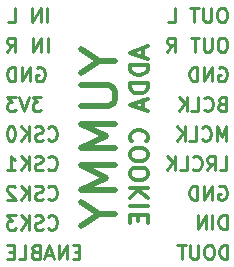
<source format=gbo>
G04 #@! TF.GenerationSoftware,KiCad,Pcbnew,9.0.4*
G04 #@! TF.CreationDate,2025-11-10T08:14:31+01:00*
G04 #@! TF.ProjectId,CodecModule,436f6465-634d-46f6-9475-6c652e6b6963,rev?*
G04 #@! TF.SameCoordinates,Original*
G04 #@! TF.FileFunction,Legend,Bot*
G04 #@! TF.FilePolarity,Positive*
%FSLAX46Y46*%
G04 Gerber Fmt 4.6, Leading zero omitted, Abs format (unit mm)*
G04 Created by KiCad (PCBNEW 9.0.4) date 2025-11-10 08:14:31*
%MOMM*%
%LPD*%
G01*
G04 APERTURE LIST*
%ADD10C,0.250000*%
%ADD11C,0.500000*%
%ADD12C,0.300000*%
G04 APERTURE END LIST*
D10*
X32051428Y-28736142D02*
X32051428Y-27536142D01*
X31479999Y-28736142D02*
X31479999Y-27536142D01*
X31479999Y-27536142D02*
X30794285Y-28736142D01*
X30794285Y-28736142D02*
X30794285Y-27536142D01*
X28737142Y-28736142D02*
X29308570Y-28736142D01*
X29308570Y-28736142D02*
X29308570Y-27536142D01*
X31562571Y-35060892D02*
X30819714Y-35060892D01*
X30819714Y-35060892D02*
X31219714Y-35518035D01*
X31219714Y-35518035D02*
X31048285Y-35518035D01*
X31048285Y-35518035D02*
X30934000Y-35575178D01*
X30934000Y-35575178D02*
X30876857Y-35632321D01*
X30876857Y-35632321D02*
X30819714Y-35746607D01*
X30819714Y-35746607D02*
X30819714Y-36032321D01*
X30819714Y-36032321D02*
X30876857Y-36146607D01*
X30876857Y-36146607D02*
X30934000Y-36203750D01*
X30934000Y-36203750D02*
X31048285Y-36260892D01*
X31048285Y-36260892D02*
X31391142Y-36260892D01*
X31391142Y-36260892D02*
X31505428Y-36203750D01*
X31505428Y-36203750D02*
X31562571Y-36146607D01*
X30476857Y-35060892D02*
X30076857Y-36260892D01*
X30076857Y-36260892D02*
X29676857Y-35060892D01*
X29391143Y-35060892D02*
X28648286Y-35060892D01*
X28648286Y-35060892D02*
X29048286Y-35518035D01*
X29048286Y-35518035D02*
X28876857Y-35518035D01*
X28876857Y-35518035D02*
X28762572Y-35575178D01*
X28762572Y-35575178D02*
X28705429Y-35632321D01*
X28705429Y-35632321D02*
X28648286Y-35746607D01*
X28648286Y-35746607D02*
X28648286Y-36032321D01*
X28648286Y-36032321D02*
X28705429Y-36146607D01*
X28705429Y-36146607D02*
X28762572Y-36203750D01*
X28762572Y-36203750D02*
X28876857Y-36260892D01*
X28876857Y-36260892D02*
X29219714Y-36260892D01*
X29219714Y-36260892D02*
X29334000Y-36203750D01*
X29334000Y-36203750D02*
X29391143Y-36146607D01*
X34778570Y-48173571D02*
X34378570Y-48173571D01*
X34207142Y-48802142D02*
X34778570Y-48802142D01*
X34778570Y-48802142D02*
X34778570Y-47602142D01*
X34778570Y-47602142D02*
X34207142Y-47602142D01*
X33692856Y-48802142D02*
X33692856Y-47602142D01*
X33692856Y-47602142D02*
X33007142Y-48802142D01*
X33007142Y-48802142D02*
X33007142Y-47602142D01*
X32492856Y-48459285D02*
X31921428Y-48459285D01*
X32607142Y-48802142D02*
X32207142Y-47602142D01*
X32207142Y-47602142D02*
X31807142Y-48802142D01*
X31007142Y-48173571D02*
X30835714Y-48230714D01*
X30835714Y-48230714D02*
X30778571Y-48287857D01*
X30778571Y-48287857D02*
X30721428Y-48402142D01*
X30721428Y-48402142D02*
X30721428Y-48573571D01*
X30721428Y-48573571D02*
X30778571Y-48687857D01*
X30778571Y-48687857D02*
X30835714Y-48745000D01*
X30835714Y-48745000D02*
X30949999Y-48802142D01*
X30949999Y-48802142D02*
X31407142Y-48802142D01*
X31407142Y-48802142D02*
X31407142Y-47602142D01*
X31407142Y-47602142D02*
X31007142Y-47602142D01*
X31007142Y-47602142D02*
X30892857Y-47659285D01*
X30892857Y-47659285D02*
X30835714Y-47716428D01*
X30835714Y-47716428D02*
X30778571Y-47830714D01*
X30778571Y-47830714D02*
X30778571Y-47945000D01*
X30778571Y-47945000D02*
X30835714Y-48059285D01*
X30835714Y-48059285D02*
X30892857Y-48116428D01*
X30892857Y-48116428D02*
X31007142Y-48173571D01*
X31007142Y-48173571D02*
X31407142Y-48173571D01*
X29635714Y-48802142D02*
X30207142Y-48802142D01*
X30207142Y-48802142D02*
X30207142Y-47602142D01*
X29235713Y-48173571D02*
X28835713Y-48173571D01*
X28664285Y-48802142D02*
X29235713Y-48802142D01*
X29235713Y-48802142D02*
X29235713Y-47602142D01*
X29235713Y-47602142D02*
X28664285Y-47602142D01*
X47226714Y-38769142D02*
X47226714Y-37569142D01*
X47226714Y-37569142D02*
X46826714Y-38426285D01*
X46826714Y-38426285D02*
X46426714Y-37569142D01*
X46426714Y-37569142D02*
X46426714Y-38769142D01*
X45169571Y-38654857D02*
X45226714Y-38712000D01*
X45226714Y-38712000D02*
X45398142Y-38769142D01*
X45398142Y-38769142D02*
X45512428Y-38769142D01*
X45512428Y-38769142D02*
X45683857Y-38712000D01*
X45683857Y-38712000D02*
X45798142Y-38597714D01*
X45798142Y-38597714D02*
X45855285Y-38483428D01*
X45855285Y-38483428D02*
X45912428Y-38254857D01*
X45912428Y-38254857D02*
X45912428Y-38083428D01*
X45912428Y-38083428D02*
X45855285Y-37854857D01*
X45855285Y-37854857D02*
X45798142Y-37740571D01*
X45798142Y-37740571D02*
X45683857Y-37626285D01*
X45683857Y-37626285D02*
X45512428Y-37569142D01*
X45512428Y-37569142D02*
X45398142Y-37569142D01*
X45398142Y-37569142D02*
X45226714Y-37626285D01*
X45226714Y-37626285D02*
X45169571Y-37683428D01*
X44083857Y-38769142D02*
X44655285Y-38769142D01*
X44655285Y-38769142D02*
X44655285Y-37569142D01*
X43683856Y-38769142D02*
X43683856Y-37569142D01*
X42998142Y-38769142D02*
X43512428Y-38083428D01*
X42998142Y-37569142D02*
X43683856Y-38254857D01*
X46655286Y-41277392D02*
X47226714Y-41277392D01*
X47226714Y-41277392D02*
X47226714Y-40077392D01*
X45569571Y-41277392D02*
X45969571Y-40705964D01*
X46255285Y-41277392D02*
X46255285Y-40077392D01*
X46255285Y-40077392D02*
X45798142Y-40077392D01*
X45798142Y-40077392D02*
X45683857Y-40134535D01*
X45683857Y-40134535D02*
X45626714Y-40191678D01*
X45626714Y-40191678D02*
X45569571Y-40305964D01*
X45569571Y-40305964D02*
X45569571Y-40477392D01*
X45569571Y-40477392D02*
X45626714Y-40591678D01*
X45626714Y-40591678D02*
X45683857Y-40648821D01*
X45683857Y-40648821D02*
X45798142Y-40705964D01*
X45798142Y-40705964D02*
X46255285Y-40705964D01*
X44369571Y-41163107D02*
X44426714Y-41220250D01*
X44426714Y-41220250D02*
X44598142Y-41277392D01*
X44598142Y-41277392D02*
X44712428Y-41277392D01*
X44712428Y-41277392D02*
X44883857Y-41220250D01*
X44883857Y-41220250D02*
X44998142Y-41105964D01*
X44998142Y-41105964D02*
X45055285Y-40991678D01*
X45055285Y-40991678D02*
X45112428Y-40763107D01*
X45112428Y-40763107D02*
X45112428Y-40591678D01*
X45112428Y-40591678D02*
X45055285Y-40363107D01*
X45055285Y-40363107D02*
X44998142Y-40248821D01*
X44998142Y-40248821D02*
X44883857Y-40134535D01*
X44883857Y-40134535D02*
X44712428Y-40077392D01*
X44712428Y-40077392D02*
X44598142Y-40077392D01*
X44598142Y-40077392D02*
X44426714Y-40134535D01*
X44426714Y-40134535D02*
X44369571Y-40191678D01*
X43283857Y-41277392D02*
X43855285Y-41277392D01*
X43855285Y-41277392D02*
X43855285Y-40077392D01*
X42883856Y-41277392D02*
X42883856Y-40077392D01*
X42198142Y-41277392D02*
X42712428Y-40591678D01*
X42198142Y-40077392D02*
X42883856Y-40763107D01*
X32134000Y-46179607D02*
X32191143Y-46236750D01*
X32191143Y-46236750D02*
X32362571Y-46293892D01*
X32362571Y-46293892D02*
X32476857Y-46293892D01*
X32476857Y-46293892D02*
X32648286Y-46236750D01*
X32648286Y-46236750D02*
X32762571Y-46122464D01*
X32762571Y-46122464D02*
X32819714Y-46008178D01*
X32819714Y-46008178D02*
X32876857Y-45779607D01*
X32876857Y-45779607D02*
X32876857Y-45608178D01*
X32876857Y-45608178D02*
X32819714Y-45379607D01*
X32819714Y-45379607D02*
X32762571Y-45265321D01*
X32762571Y-45265321D02*
X32648286Y-45151035D01*
X32648286Y-45151035D02*
X32476857Y-45093892D01*
X32476857Y-45093892D02*
X32362571Y-45093892D01*
X32362571Y-45093892D02*
X32191143Y-45151035D01*
X32191143Y-45151035D02*
X32134000Y-45208178D01*
X31676857Y-46236750D02*
X31505429Y-46293892D01*
X31505429Y-46293892D02*
X31219714Y-46293892D01*
X31219714Y-46293892D02*
X31105429Y-46236750D01*
X31105429Y-46236750D02*
X31048286Y-46179607D01*
X31048286Y-46179607D02*
X30991143Y-46065321D01*
X30991143Y-46065321D02*
X30991143Y-45951035D01*
X30991143Y-45951035D02*
X31048286Y-45836750D01*
X31048286Y-45836750D02*
X31105429Y-45779607D01*
X31105429Y-45779607D02*
X31219714Y-45722464D01*
X31219714Y-45722464D02*
X31448286Y-45665321D01*
X31448286Y-45665321D02*
X31562571Y-45608178D01*
X31562571Y-45608178D02*
X31619714Y-45551035D01*
X31619714Y-45551035D02*
X31676857Y-45436750D01*
X31676857Y-45436750D02*
X31676857Y-45322464D01*
X31676857Y-45322464D02*
X31619714Y-45208178D01*
X31619714Y-45208178D02*
X31562571Y-45151035D01*
X31562571Y-45151035D02*
X31448286Y-45093892D01*
X31448286Y-45093892D02*
X31162571Y-45093892D01*
X31162571Y-45093892D02*
X30991143Y-45151035D01*
X30476857Y-46293892D02*
X30476857Y-45093892D01*
X29791143Y-46293892D02*
X30305429Y-45608178D01*
X29791143Y-45093892D02*
X30476857Y-45779607D01*
X29391143Y-45093892D02*
X28648286Y-45093892D01*
X28648286Y-45093892D02*
X29048286Y-45551035D01*
X29048286Y-45551035D02*
X28876857Y-45551035D01*
X28876857Y-45551035D02*
X28762572Y-45608178D01*
X28762572Y-45608178D02*
X28705429Y-45665321D01*
X28705429Y-45665321D02*
X28648286Y-45779607D01*
X28648286Y-45779607D02*
X28648286Y-46065321D01*
X28648286Y-46065321D02*
X28705429Y-46179607D01*
X28705429Y-46179607D02*
X28762572Y-46236750D01*
X28762572Y-46236750D02*
X28876857Y-46293892D01*
X28876857Y-46293892D02*
X29219714Y-46293892D01*
X29219714Y-46293892D02*
X29334000Y-46236750D01*
X29334000Y-46236750D02*
X29391143Y-46179607D01*
X47306330Y-48802142D02*
X47306330Y-47602142D01*
X47306330Y-47602142D02*
X47020616Y-47602142D01*
X47020616Y-47602142D02*
X46849187Y-47659285D01*
X46849187Y-47659285D02*
X46734902Y-47773571D01*
X46734902Y-47773571D02*
X46677759Y-47887857D01*
X46677759Y-47887857D02*
X46620616Y-48116428D01*
X46620616Y-48116428D02*
X46620616Y-48287857D01*
X46620616Y-48287857D02*
X46677759Y-48516428D01*
X46677759Y-48516428D02*
X46734902Y-48630714D01*
X46734902Y-48630714D02*
X46849187Y-48745000D01*
X46849187Y-48745000D02*
X47020616Y-48802142D01*
X47020616Y-48802142D02*
X47306330Y-48802142D01*
X45877759Y-47602142D02*
X45649187Y-47602142D01*
X45649187Y-47602142D02*
X45534902Y-47659285D01*
X45534902Y-47659285D02*
X45420616Y-47773571D01*
X45420616Y-47773571D02*
X45363473Y-48002142D01*
X45363473Y-48002142D02*
X45363473Y-48402142D01*
X45363473Y-48402142D02*
X45420616Y-48630714D01*
X45420616Y-48630714D02*
X45534902Y-48745000D01*
X45534902Y-48745000D02*
X45649187Y-48802142D01*
X45649187Y-48802142D02*
X45877759Y-48802142D01*
X45877759Y-48802142D02*
X45992045Y-48745000D01*
X45992045Y-48745000D02*
X46106330Y-48630714D01*
X46106330Y-48630714D02*
X46163473Y-48402142D01*
X46163473Y-48402142D02*
X46163473Y-48002142D01*
X46163473Y-48002142D02*
X46106330Y-47773571D01*
X46106330Y-47773571D02*
X45992045Y-47659285D01*
X45992045Y-47659285D02*
X45877759Y-47602142D01*
X44849187Y-47602142D02*
X44849187Y-48573571D01*
X44849187Y-48573571D02*
X44792044Y-48687857D01*
X44792044Y-48687857D02*
X44734902Y-48745000D01*
X44734902Y-48745000D02*
X44620616Y-48802142D01*
X44620616Y-48802142D02*
X44392044Y-48802142D01*
X44392044Y-48802142D02*
X44277759Y-48745000D01*
X44277759Y-48745000D02*
X44220616Y-48687857D01*
X44220616Y-48687857D02*
X44163473Y-48573571D01*
X44163473Y-48573571D02*
X44163473Y-47602142D01*
X43763473Y-47602142D02*
X43077759Y-47602142D01*
X43420616Y-48802142D02*
X43420616Y-47602142D01*
X46826713Y-35632321D02*
X46655285Y-35689464D01*
X46655285Y-35689464D02*
X46598142Y-35746607D01*
X46598142Y-35746607D02*
X46540999Y-35860892D01*
X46540999Y-35860892D02*
X46540999Y-36032321D01*
X46540999Y-36032321D02*
X46598142Y-36146607D01*
X46598142Y-36146607D02*
X46655285Y-36203750D01*
X46655285Y-36203750D02*
X46769570Y-36260892D01*
X46769570Y-36260892D02*
X47226713Y-36260892D01*
X47226713Y-36260892D02*
X47226713Y-35060892D01*
X47226713Y-35060892D02*
X46826713Y-35060892D01*
X46826713Y-35060892D02*
X46712428Y-35118035D01*
X46712428Y-35118035D02*
X46655285Y-35175178D01*
X46655285Y-35175178D02*
X46598142Y-35289464D01*
X46598142Y-35289464D02*
X46598142Y-35403750D01*
X46598142Y-35403750D02*
X46655285Y-35518035D01*
X46655285Y-35518035D02*
X46712428Y-35575178D01*
X46712428Y-35575178D02*
X46826713Y-35632321D01*
X46826713Y-35632321D02*
X47226713Y-35632321D01*
X45340999Y-36146607D02*
X45398142Y-36203750D01*
X45398142Y-36203750D02*
X45569570Y-36260892D01*
X45569570Y-36260892D02*
X45683856Y-36260892D01*
X45683856Y-36260892D02*
X45855285Y-36203750D01*
X45855285Y-36203750D02*
X45969570Y-36089464D01*
X45969570Y-36089464D02*
X46026713Y-35975178D01*
X46026713Y-35975178D02*
X46083856Y-35746607D01*
X46083856Y-35746607D02*
X46083856Y-35575178D01*
X46083856Y-35575178D02*
X46026713Y-35346607D01*
X46026713Y-35346607D02*
X45969570Y-35232321D01*
X45969570Y-35232321D02*
X45855285Y-35118035D01*
X45855285Y-35118035D02*
X45683856Y-35060892D01*
X45683856Y-35060892D02*
X45569570Y-35060892D01*
X45569570Y-35060892D02*
X45398142Y-35118035D01*
X45398142Y-35118035D02*
X45340999Y-35175178D01*
X44255285Y-36260892D02*
X44826713Y-36260892D01*
X44826713Y-36260892D02*
X44826713Y-35060892D01*
X43855284Y-36260892D02*
X43855284Y-35060892D01*
X43169570Y-36260892D02*
X43683856Y-35575178D01*
X43169570Y-35060892D02*
X43855284Y-35746607D01*
X46998143Y-30044392D02*
X46769571Y-30044392D01*
X46769571Y-30044392D02*
X46655286Y-30101535D01*
X46655286Y-30101535D02*
X46541000Y-30215821D01*
X46541000Y-30215821D02*
X46483857Y-30444392D01*
X46483857Y-30444392D02*
X46483857Y-30844392D01*
X46483857Y-30844392D02*
X46541000Y-31072964D01*
X46541000Y-31072964D02*
X46655286Y-31187250D01*
X46655286Y-31187250D02*
X46769571Y-31244392D01*
X46769571Y-31244392D02*
X46998143Y-31244392D01*
X46998143Y-31244392D02*
X47112429Y-31187250D01*
X47112429Y-31187250D02*
X47226714Y-31072964D01*
X47226714Y-31072964D02*
X47283857Y-30844392D01*
X47283857Y-30844392D02*
X47283857Y-30444392D01*
X47283857Y-30444392D02*
X47226714Y-30215821D01*
X47226714Y-30215821D02*
X47112429Y-30101535D01*
X47112429Y-30101535D02*
X46998143Y-30044392D01*
X45969571Y-30044392D02*
X45969571Y-31015821D01*
X45969571Y-31015821D02*
X45912428Y-31130107D01*
X45912428Y-31130107D02*
X45855286Y-31187250D01*
X45855286Y-31187250D02*
X45741000Y-31244392D01*
X45741000Y-31244392D02*
X45512428Y-31244392D01*
X45512428Y-31244392D02*
X45398143Y-31187250D01*
X45398143Y-31187250D02*
X45341000Y-31130107D01*
X45341000Y-31130107D02*
X45283857Y-31015821D01*
X45283857Y-31015821D02*
X45283857Y-30044392D01*
X44883857Y-30044392D02*
X44198143Y-30044392D01*
X44541000Y-31244392D02*
X44541000Y-30044392D01*
X42198142Y-31244392D02*
X42598142Y-30672964D01*
X42883856Y-31244392D02*
X42883856Y-30044392D01*
X42883856Y-30044392D02*
X42426713Y-30044392D01*
X42426713Y-30044392D02*
X42312428Y-30101535D01*
X42312428Y-30101535D02*
X42255285Y-30158678D01*
X42255285Y-30158678D02*
X42198142Y-30272964D01*
X42198142Y-30272964D02*
X42198142Y-30444392D01*
X42198142Y-30444392D02*
X42255285Y-30558678D01*
X42255285Y-30558678D02*
X42312428Y-30615821D01*
X42312428Y-30615821D02*
X42426713Y-30672964D01*
X42426713Y-30672964D02*
X42883856Y-30672964D01*
X47230330Y-46262142D02*
X47230330Y-45062142D01*
X47230330Y-45062142D02*
X46944616Y-45062142D01*
X46944616Y-45062142D02*
X46773187Y-45119285D01*
X46773187Y-45119285D02*
X46658902Y-45233571D01*
X46658902Y-45233571D02*
X46601759Y-45347857D01*
X46601759Y-45347857D02*
X46544616Y-45576428D01*
X46544616Y-45576428D02*
X46544616Y-45747857D01*
X46544616Y-45747857D02*
X46601759Y-45976428D01*
X46601759Y-45976428D02*
X46658902Y-46090714D01*
X46658902Y-46090714D02*
X46773187Y-46205000D01*
X46773187Y-46205000D02*
X46944616Y-46262142D01*
X46944616Y-46262142D02*
X47230330Y-46262142D01*
X46030330Y-46262142D02*
X46030330Y-45062142D01*
X45458901Y-46262142D02*
X45458901Y-45062142D01*
X45458901Y-45062142D02*
X44773187Y-46262142D01*
X44773187Y-46262142D02*
X44773187Y-45062142D01*
X32076857Y-31244392D02*
X32076857Y-30044392D01*
X31505428Y-31244392D02*
X31505428Y-30044392D01*
X31505428Y-30044392D02*
X30819714Y-31244392D01*
X30819714Y-31244392D02*
X30819714Y-30044392D01*
X28648285Y-31244392D02*
X29048285Y-30672964D01*
X29333999Y-31244392D02*
X29333999Y-30044392D01*
X29333999Y-30044392D02*
X28876856Y-30044392D01*
X28876856Y-30044392D02*
X28762571Y-30101535D01*
X28762571Y-30101535D02*
X28705428Y-30158678D01*
X28705428Y-30158678D02*
X28648285Y-30272964D01*
X28648285Y-30272964D02*
X28648285Y-30444392D01*
X28648285Y-30444392D02*
X28705428Y-30558678D01*
X28705428Y-30558678D02*
X28762571Y-30615821D01*
X28762571Y-30615821D02*
X28876856Y-30672964D01*
X28876856Y-30672964D02*
X29333999Y-30672964D01*
X46598142Y-32609785D02*
X46712428Y-32552642D01*
X46712428Y-32552642D02*
X46883856Y-32552642D01*
X46883856Y-32552642D02*
X47055285Y-32609785D01*
X47055285Y-32609785D02*
X47169570Y-32724071D01*
X47169570Y-32724071D02*
X47226713Y-32838357D01*
X47226713Y-32838357D02*
X47283856Y-33066928D01*
X47283856Y-33066928D02*
X47283856Y-33238357D01*
X47283856Y-33238357D02*
X47226713Y-33466928D01*
X47226713Y-33466928D02*
X47169570Y-33581214D01*
X47169570Y-33581214D02*
X47055285Y-33695500D01*
X47055285Y-33695500D02*
X46883856Y-33752642D01*
X46883856Y-33752642D02*
X46769570Y-33752642D01*
X46769570Y-33752642D02*
X46598142Y-33695500D01*
X46598142Y-33695500D02*
X46540999Y-33638357D01*
X46540999Y-33638357D02*
X46540999Y-33238357D01*
X46540999Y-33238357D02*
X46769570Y-33238357D01*
X46026713Y-33752642D02*
X46026713Y-32552642D01*
X46026713Y-32552642D02*
X45340999Y-33752642D01*
X45340999Y-33752642D02*
X45340999Y-32552642D01*
X44769570Y-33752642D02*
X44769570Y-32552642D01*
X44769570Y-32552642D02*
X44483856Y-32552642D01*
X44483856Y-32552642D02*
X44312427Y-32609785D01*
X44312427Y-32609785D02*
X44198142Y-32724071D01*
X44198142Y-32724071D02*
X44140999Y-32838357D01*
X44140999Y-32838357D02*
X44083856Y-33066928D01*
X44083856Y-33066928D02*
X44083856Y-33238357D01*
X44083856Y-33238357D02*
X44140999Y-33466928D01*
X44140999Y-33466928D02*
X44198142Y-33581214D01*
X44198142Y-33581214D02*
X44312427Y-33695500D01*
X44312427Y-33695500D02*
X44483856Y-33752642D01*
X44483856Y-33752642D02*
X44769570Y-33752642D01*
X32134000Y-43671357D02*
X32191143Y-43728500D01*
X32191143Y-43728500D02*
X32362571Y-43785642D01*
X32362571Y-43785642D02*
X32476857Y-43785642D01*
X32476857Y-43785642D02*
X32648286Y-43728500D01*
X32648286Y-43728500D02*
X32762571Y-43614214D01*
X32762571Y-43614214D02*
X32819714Y-43499928D01*
X32819714Y-43499928D02*
X32876857Y-43271357D01*
X32876857Y-43271357D02*
X32876857Y-43099928D01*
X32876857Y-43099928D02*
X32819714Y-42871357D01*
X32819714Y-42871357D02*
X32762571Y-42757071D01*
X32762571Y-42757071D02*
X32648286Y-42642785D01*
X32648286Y-42642785D02*
X32476857Y-42585642D01*
X32476857Y-42585642D02*
X32362571Y-42585642D01*
X32362571Y-42585642D02*
X32191143Y-42642785D01*
X32191143Y-42642785D02*
X32134000Y-42699928D01*
X31676857Y-43728500D02*
X31505429Y-43785642D01*
X31505429Y-43785642D02*
X31219714Y-43785642D01*
X31219714Y-43785642D02*
X31105429Y-43728500D01*
X31105429Y-43728500D02*
X31048286Y-43671357D01*
X31048286Y-43671357D02*
X30991143Y-43557071D01*
X30991143Y-43557071D02*
X30991143Y-43442785D01*
X30991143Y-43442785D02*
X31048286Y-43328500D01*
X31048286Y-43328500D02*
X31105429Y-43271357D01*
X31105429Y-43271357D02*
X31219714Y-43214214D01*
X31219714Y-43214214D02*
X31448286Y-43157071D01*
X31448286Y-43157071D02*
X31562571Y-43099928D01*
X31562571Y-43099928D02*
X31619714Y-43042785D01*
X31619714Y-43042785D02*
X31676857Y-42928500D01*
X31676857Y-42928500D02*
X31676857Y-42814214D01*
X31676857Y-42814214D02*
X31619714Y-42699928D01*
X31619714Y-42699928D02*
X31562571Y-42642785D01*
X31562571Y-42642785D02*
X31448286Y-42585642D01*
X31448286Y-42585642D02*
X31162571Y-42585642D01*
X31162571Y-42585642D02*
X30991143Y-42642785D01*
X30476857Y-43785642D02*
X30476857Y-42585642D01*
X29791143Y-43785642D02*
X30305429Y-43099928D01*
X29791143Y-42585642D02*
X30476857Y-43271357D01*
X29334000Y-42699928D02*
X29276857Y-42642785D01*
X29276857Y-42642785D02*
X29162572Y-42585642D01*
X29162572Y-42585642D02*
X28876857Y-42585642D01*
X28876857Y-42585642D02*
X28762572Y-42642785D01*
X28762572Y-42642785D02*
X28705429Y-42699928D01*
X28705429Y-42699928D02*
X28648286Y-42814214D01*
X28648286Y-42814214D02*
X28648286Y-42928500D01*
X28648286Y-42928500D02*
X28705429Y-43099928D01*
X28705429Y-43099928D02*
X29391143Y-43785642D01*
X29391143Y-43785642D02*
X28648286Y-43785642D01*
X32134000Y-38654857D02*
X32191143Y-38712000D01*
X32191143Y-38712000D02*
X32362571Y-38769142D01*
X32362571Y-38769142D02*
X32476857Y-38769142D01*
X32476857Y-38769142D02*
X32648286Y-38712000D01*
X32648286Y-38712000D02*
X32762571Y-38597714D01*
X32762571Y-38597714D02*
X32819714Y-38483428D01*
X32819714Y-38483428D02*
X32876857Y-38254857D01*
X32876857Y-38254857D02*
X32876857Y-38083428D01*
X32876857Y-38083428D02*
X32819714Y-37854857D01*
X32819714Y-37854857D02*
X32762571Y-37740571D01*
X32762571Y-37740571D02*
X32648286Y-37626285D01*
X32648286Y-37626285D02*
X32476857Y-37569142D01*
X32476857Y-37569142D02*
X32362571Y-37569142D01*
X32362571Y-37569142D02*
X32191143Y-37626285D01*
X32191143Y-37626285D02*
X32134000Y-37683428D01*
X31676857Y-38712000D02*
X31505429Y-38769142D01*
X31505429Y-38769142D02*
X31219714Y-38769142D01*
X31219714Y-38769142D02*
X31105429Y-38712000D01*
X31105429Y-38712000D02*
X31048286Y-38654857D01*
X31048286Y-38654857D02*
X30991143Y-38540571D01*
X30991143Y-38540571D02*
X30991143Y-38426285D01*
X30991143Y-38426285D02*
X31048286Y-38312000D01*
X31048286Y-38312000D02*
X31105429Y-38254857D01*
X31105429Y-38254857D02*
X31219714Y-38197714D01*
X31219714Y-38197714D02*
X31448286Y-38140571D01*
X31448286Y-38140571D02*
X31562571Y-38083428D01*
X31562571Y-38083428D02*
X31619714Y-38026285D01*
X31619714Y-38026285D02*
X31676857Y-37912000D01*
X31676857Y-37912000D02*
X31676857Y-37797714D01*
X31676857Y-37797714D02*
X31619714Y-37683428D01*
X31619714Y-37683428D02*
X31562571Y-37626285D01*
X31562571Y-37626285D02*
X31448286Y-37569142D01*
X31448286Y-37569142D02*
X31162571Y-37569142D01*
X31162571Y-37569142D02*
X30991143Y-37626285D01*
X30476857Y-38769142D02*
X30476857Y-37569142D01*
X29791143Y-38769142D02*
X30305429Y-38083428D01*
X29791143Y-37569142D02*
X30476857Y-38254857D01*
X29048286Y-37569142D02*
X28934000Y-37569142D01*
X28934000Y-37569142D02*
X28819714Y-37626285D01*
X28819714Y-37626285D02*
X28762572Y-37683428D01*
X28762572Y-37683428D02*
X28705429Y-37797714D01*
X28705429Y-37797714D02*
X28648286Y-38026285D01*
X28648286Y-38026285D02*
X28648286Y-38312000D01*
X28648286Y-38312000D02*
X28705429Y-38540571D01*
X28705429Y-38540571D02*
X28762572Y-38654857D01*
X28762572Y-38654857D02*
X28819714Y-38712000D01*
X28819714Y-38712000D02*
X28934000Y-38769142D01*
X28934000Y-38769142D02*
X29048286Y-38769142D01*
X29048286Y-38769142D02*
X29162572Y-38712000D01*
X29162572Y-38712000D02*
X29219714Y-38654857D01*
X29219714Y-38654857D02*
X29276857Y-38540571D01*
X29276857Y-38540571D02*
X29334000Y-38312000D01*
X29334000Y-38312000D02*
X29334000Y-38026285D01*
X29334000Y-38026285D02*
X29276857Y-37797714D01*
X29276857Y-37797714D02*
X29219714Y-37683428D01*
X29219714Y-37683428D02*
X29162572Y-37626285D01*
X29162572Y-37626285D02*
X29048286Y-37569142D01*
X46598142Y-42642785D02*
X46712428Y-42585642D01*
X46712428Y-42585642D02*
X46883856Y-42585642D01*
X46883856Y-42585642D02*
X47055285Y-42642785D01*
X47055285Y-42642785D02*
X47169570Y-42757071D01*
X47169570Y-42757071D02*
X47226713Y-42871357D01*
X47226713Y-42871357D02*
X47283856Y-43099928D01*
X47283856Y-43099928D02*
X47283856Y-43271357D01*
X47283856Y-43271357D02*
X47226713Y-43499928D01*
X47226713Y-43499928D02*
X47169570Y-43614214D01*
X47169570Y-43614214D02*
X47055285Y-43728500D01*
X47055285Y-43728500D02*
X46883856Y-43785642D01*
X46883856Y-43785642D02*
X46769570Y-43785642D01*
X46769570Y-43785642D02*
X46598142Y-43728500D01*
X46598142Y-43728500D02*
X46540999Y-43671357D01*
X46540999Y-43671357D02*
X46540999Y-43271357D01*
X46540999Y-43271357D02*
X46769570Y-43271357D01*
X46026713Y-43785642D02*
X46026713Y-42585642D01*
X46026713Y-42585642D02*
X45340999Y-43785642D01*
X45340999Y-43785642D02*
X45340999Y-42585642D01*
X44769570Y-43785642D02*
X44769570Y-42585642D01*
X44769570Y-42585642D02*
X44483856Y-42585642D01*
X44483856Y-42585642D02*
X44312427Y-42642785D01*
X44312427Y-42642785D02*
X44198142Y-42757071D01*
X44198142Y-42757071D02*
X44140999Y-42871357D01*
X44140999Y-42871357D02*
X44083856Y-43099928D01*
X44083856Y-43099928D02*
X44083856Y-43271357D01*
X44083856Y-43271357D02*
X44140999Y-43499928D01*
X44140999Y-43499928D02*
X44198142Y-43614214D01*
X44198142Y-43614214D02*
X44312427Y-43728500D01*
X44312427Y-43728500D02*
X44483856Y-43785642D01*
X44483856Y-43785642D02*
X44769570Y-43785642D01*
X32134000Y-41163107D02*
X32191143Y-41220250D01*
X32191143Y-41220250D02*
X32362571Y-41277392D01*
X32362571Y-41277392D02*
X32476857Y-41277392D01*
X32476857Y-41277392D02*
X32648286Y-41220250D01*
X32648286Y-41220250D02*
X32762571Y-41105964D01*
X32762571Y-41105964D02*
X32819714Y-40991678D01*
X32819714Y-40991678D02*
X32876857Y-40763107D01*
X32876857Y-40763107D02*
X32876857Y-40591678D01*
X32876857Y-40591678D02*
X32819714Y-40363107D01*
X32819714Y-40363107D02*
X32762571Y-40248821D01*
X32762571Y-40248821D02*
X32648286Y-40134535D01*
X32648286Y-40134535D02*
X32476857Y-40077392D01*
X32476857Y-40077392D02*
X32362571Y-40077392D01*
X32362571Y-40077392D02*
X32191143Y-40134535D01*
X32191143Y-40134535D02*
X32134000Y-40191678D01*
X31676857Y-41220250D02*
X31505429Y-41277392D01*
X31505429Y-41277392D02*
X31219714Y-41277392D01*
X31219714Y-41277392D02*
X31105429Y-41220250D01*
X31105429Y-41220250D02*
X31048286Y-41163107D01*
X31048286Y-41163107D02*
X30991143Y-41048821D01*
X30991143Y-41048821D02*
X30991143Y-40934535D01*
X30991143Y-40934535D02*
X31048286Y-40820250D01*
X31048286Y-40820250D02*
X31105429Y-40763107D01*
X31105429Y-40763107D02*
X31219714Y-40705964D01*
X31219714Y-40705964D02*
X31448286Y-40648821D01*
X31448286Y-40648821D02*
X31562571Y-40591678D01*
X31562571Y-40591678D02*
X31619714Y-40534535D01*
X31619714Y-40534535D02*
X31676857Y-40420250D01*
X31676857Y-40420250D02*
X31676857Y-40305964D01*
X31676857Y-40305964D02*
X31619714Y-40191678D01*
X31619714Y-40191678D02*
X31562571Y-40134535D01*
X31562571Y-40134535D02*
X31448286Y-40077392D01*
X31448286Y-40077392D02*
X31162571Y-40077392D01*
X31162571Y-40077392D02*
X30991143Y-40134535D01*
X30476857Y-41277392D02*
X30476857Y-40077392D01*
X29791143Y-41277392D02*
X30305429Y-40591678D01*
X29791143Y-40077392D02*
X30476857Y-40763107D01*
X28648286Y-41277392D02*
X29334000Y-41277392D01*
X28991143Y-41277392D02*
X28991143Y-40077392D01*
X28991143Y-40077392D02*
X29105429Y-40248821D01*
X29105429Y-40248821D02*
X29219714Y-40363107D01*
X29219714Y-40363107D02*
X29334000Y-40420250D01*
X46973857Y-27536142D02*
X46745285Y-27536142D01*
X46745285Y-27536142D02*
X46631000Y-27593285D01*
X46631000Y-27593285D02*
X46516714Y-27707571D01*
X46516714Y-27707571D02*
X46459571Y-27936142D01*
X46459571Y-27936142D02*
X46459571Y-28336142D01*
X46459571Y-28336142D02*
X46516714Y-28564714D01*
X46516714Y-28564714D02*
X46631000Y-28679000D01*
X46631000Y-28679000D02*
X46745285Y-28736142D01*
X46745285Y-28736142D02*
X46973857Y-28736142D01*
X46973857Y-28736142D02*
X47088143Y-28679000D01*
X47088143Y-28679000D02*
X47202428Y-28564714D01*
X47202428Y-28564714D02*
X47259571Y-28336142D01*
X47259571Y-28336142D02*
X47259571Y-27936142D01*
X47259571Y-27936142D02*
X47202428Y-27707571D01*
X47202428Y-27707571D02*
X47088143Y-27593285D01*
X47088143Y-27593285D02*
X46973857Y-27536142D01*
X45945285Y-27536142D02*
X45945285Y-28507571D01*
X45945285Y-28507571D02*
X45888142Y-28621857D01*
X45888142Y-28621857D02*
X45831000Y-28679000D01*
X45831000Y-28679000D02*
X45716714Y-28736142D01*
X45716714Y-28736142D02*
X45488142Y-28736142D01*
X45488142Y-28736142D02*
X45373857Y-28679000D01*
X45373857Y-28679000D02*
X45316714Y-28621857D01*
X45316714Y-28621857D02*
X45259571Y-28507571D01*
X45259571Y-28507571D02*
X45259571Y-27536142D01*
X44859571Y-27536142D02*
X44173857Y-27536142D01*
X44516714Y-28736142D02*
X44516714Y-27536142D01*
X42288142Y-28736142D02*
X42859570Y-28736142D01*
X42859570Y-28736142D02*
X42859570Y-27536142D01*
X31162571Y-32609785D02*
X31276857Y-32552642D01*
X31276857Y-32552642D02*
X31448285Y-32552642D01*
X31448285Y-32552642D02*
X31619714Y-32609785D01*
X31619714Y-32609785D02*
X31733999Y-32724071D01*
X31733999Y-32724071D02*
X31791142Y-32838357D01*
X31791142Y-32838357D02*
X31848285Y-33066928D01*
X31848285Y-33066928D02*
X31848285Y-33238357D01*
X31848285Y-33238357D02*
X31791142Y-33466928D01*
X31791142Y-33466928D02*
X31733999Y-33581214D01*
X31733999Y-33581214D02*
X31619714Y-33695500D01*
X31619714Y-33695500D02*
X31448285Y-33752642D01*
X31448285Y-33752642D02*
X31333999Y-33752642D01*
X31333999Y-33752642D02*
X31162571Y-33695500D01*
X31162571Y-33695500D02*
X31105428Y-33638357D01*
X31105428Y-33638357D02*
X31105428Y-33238357D01*
X31105428Y-33238357D02*
X31333999Y-33238357D01*
X30591142Y-33752642D02*
X30591142Y-32552642D01*
X30591142Y-32552642D02*
X29905428Y-33752642D01*
X29905428Y-33752642D02*
X29905428Y-32552642D01*
X29333999Y-33752642D02*
X29333999Y-32552642D01*
X29333999Y-32552642D02*
X29048285Y-32552642D01*
X29048285Y-32552642D02*
X28876856Y-32609785D01*
X28876856Y-32609785D02*
X28762571Y-32724071D01*
X28762571Y-32724071D02*
X28705428Y-32838357D01*
X28705428Y-32838357D02*
X28648285Y-33066928D01*
X28648285Y-33066928D02*
X28648285Y-33238357D01*
X28648285Y-33238357D02*
X28705428Y-33466928D01*
X28705428Y-33466928D02*
X28762571Y-33581214D01*
X28762571Y-33581214D02*
X28876856Y-33695500D01*
X28876856Y-33695500D02*
X29048285Y-33752642D01*
X29048285Y-33752642D02*
X29333999Y-33752642D01*
D11*
X36434642Y-32004762D02*
X37815595Y-32004762D01*
X34915595Y-30971429D02*
X36434642Y-32004762D01*
X36434642Y-32004762D02*
X34915595Y-33038095D01*
X34915595Y-34071429D02*
X37263214Y-34071429D01*
X37263214Y-34071429D02*
X37539404Y-34219048D01*
X37539404Y-34219048D02*
X37677500Y-34366667D01*
X37677500Y-34366667D02*
X37815595Y-34661905D01*
X37815595Y-34661905D02*
X37815595Y-35252381D01*
X37815595Y-35252381D02*
X37677500Y-35547619D01*
X37677500Y-35547619D02*
X37539404Y-35695238D01*
X37539404Y-35695238D02*
X37263214Y-35842857D01*
X37263214Y-35842857D02*
X34915595Y-35842857D01*
X37815595Y-37319048D02*
X34915595Y-37319048D01*
X34915595Y-37319048D02*
X36987023Y-38352381D01*
X36987023Y-38352381D02*
X34915595Y-39385714D01*
X34915595Y-39385714D02*
X37815595Y-39385714D01*
X37815595Y-40861905D02*
X34915595Y-40861905D01*
X34915595Y-40861905D02*
X36987023Y-41895238D01*
X36987023Y-41895238D02*
X34915595Y-42928571D01*
X34915595Y-42928571D02*
X37815595Y-42928571D01*
X36434642Y-44995238D02*
X37815595Y-44995238D01*
X34915595Y-43961905D02*
X36434642Y-44995238D01*
X36434642Y-44995238D02*
X34915595Y-46028571D01*
D12*
X40127757Y-30939014D02*
X40127757Y-31676824D01*
X40556328Y-30791452D02*
X39056328Y-31307919D01*
X39056328Y-31307919D02*
X40556328Y-31824386D01*
X40556328Y-32340852D02*
X39056328Y-32340852D01*
X39056328Y-32340852D02*
X39056328Y-32709757D01*
X39056328Y-32709757D02*
X39127757Y-32931100D01*
X39127757Y-32931100D02*
X39270614Y-33078662D01*
X39270614Y-33078662D02*
X39413471Y-33152443D01*
X39413471Y-33152443D02*
X39699185Y-33226224D01*
X39699185Y-33226224D02*
X39913471Y-33226224D01*
X39913471Y-33226224D02*
X40199185Y-33152443D01*
X40199185Y-33152443D02*
X40342042Y-33078662D01*
X40342042Y-33078662D02*
X40484900Y-32931100D01*
X40484900Y-32931100D02*
X40556328Y-32709757D01*
X40556328Y-32709757D02*
X40556328Y-32340852D01*
X40556328Y-33890252D02*
X39056328Y-33890252D01*
X39056328Y-33890252D02*
X39056328Y-34259157D01*
X39056328Y-34259157D02*
X39127757Y-34480500D01*
X39127757Y-34480500D02*
X39270614Y-34628062D01*
X39270614Y-34628062D02*
X39413471Y-34701843D01*
X39413471Y-34701843D02*
X39699185Y-34775624D01*
X39699185Y-34775624D02*
X39913471Y-34775624D01*
X39913471Y-34775624D02*
X40199185Y-34701843D01*
X40199185Y-34701843D02*
X40342042Y-34628062D01*
X40342042Y-34628062D02*
X40484900Y-34480500D01*
X40484900Y-34480500D02*
X40556328Y-34259157D01*
X40556328Y-34259157D02*
X40556328Y-33890252D01*
X40127757Y-35365871D02*
X40127757Y-36103681D01*
X40556328Y-35218309D02*
X39056328Y-35734776D01*
X39056328Y-35734776D02*
X40556328Y-36251243D01*
X40413471Y-38833576D02*
X40484900Y-38759795D01*
X40484900Y-38759795D02*
X40556328Y-38538452D01*
X40556328Y-38538452D02*
X40556328Y-38390890D01*
X40556328Y-38390890D02*
X40484900Y-38169547D01*
X40484900Y-38169547D02*
X40342042Y-38021985D01*
X40342042Y-38021985D02*
X40199185Y-37948204D01*
X40199185Y-37948204D02*
X39913471Y-37874423D01*
X39913471Y-37874423D02*
X39699185Y-37874423D01*
X39699185Y-37874423D02*
X39413471Y-37948204D01*
X39413471Y-37948204D02*
X39270614Y-38021985D01*
X39270614Y-38021985D02*
X39127757Y-38169547D01*
X39127757Y-38169547D02*
X39056328Y-38390890D01*
X39056328Y-38390890D02*
X39056328Y-38538452D01*
X39056328Y-38538452D02*
X39127757Y-38759795D01*
X39127757Y-38759795D02*
X39199185Y-38833576D01*
X39056328Y-39792728D02*
X39056328Y-40087852D01*
X39056328Y-40087852D02*
X39127757Y-40235414D01*
X39127757Y-40235414D02*
X39270614Y-40382976D01*
X39270614Y-40382976D02*
X39556328Y-40456757D01*
X39556328Y-40456757D02*
X40056328Y-40456757D01*
X40056328Y-40456757D02*
X40342042Y-40382976D01*
X40342042Y-40382976D02*
X40484900Y-40235414D01*
X40484900Y-40235414D02*
X40556328Y-40087852D01*
X40556328Y-40087852D02*
X40556328Y-39792728D01*
X40556328Y-39792728D02*
X40484900Y-39645166D01*
X40484900Y-39645166D02*
X40342042Y-39497604D01*
X40342042Y-39497604D02*
X40056328Y-39423823D01*
X40056328Y-39423823D02*
X39556328Y-39423823D01*
X39556328Y-39423823D02*
X39270614Y-39497604D01*
X39270614Y-39497604D02*
X39127757Y-39645166D01*
X39127757Y-39645166D02*
X39056328Y-39792728D01*
X39056328Y-41415909D02*
X39056328Y-41711033D01*
X39056328Y-41711033D02*
X39127757Y-41858595D01*
X39127757Y-41858595D02*
X39270614Y-42006157D01*
X39270614Y-42006157D02*
X39556328Y-42079938D01*
X39556328Y-42079938D02*
X40056328Y-42079938D01*
X40056328Y-42079938D02*
X40342042Y-42006157D01*
X40342042Y-42006157D02*
X40484900Y-41858595D01*
X40484900Y-41858595D02*
X40556328Y-41711033D01*
X40556328Y-41711033D02*
X40556328Y-41415909D01*
X40556328Y-41415909D02*
X40484900Y-41268347D01*
X40484900Y-41268347D02*
X40342042Y-41120785D01*
X40342042Y-41120785D02*
X40056328Y-41047004D01*
X40056328Y-41047004D02*
X39556328Y-41047004D01*
X39556328Y-41047004D02*
X39270614Y-41120785D01*
X39270614Y-41120785D02*
X39127757Y-41268347D01*
X39127757Y-41268347D02*
X39056328Y-41415909D01*
X40556328Y-42743966D02*
X39056328Y-42743966D01*
X40556328Y-43629338D02*
X39699185Y-42965309D01*
X39056328Y-43629338D02*
X39913471Y-42743966D01*
X40556328Y-44293366D02*
X39056328Y-44293366D01*
X39770614Y-45031176D02*
X39770614Y-45547643D01*
X40556328Y-45768986D02*
X40556328Y-45031176D01*
X40556328Y-45031176D02*
X39056328Y-45031176D01*
X39056328Y-45031176D02*
X39056328Y-45768986D01*
M02*

</source>
